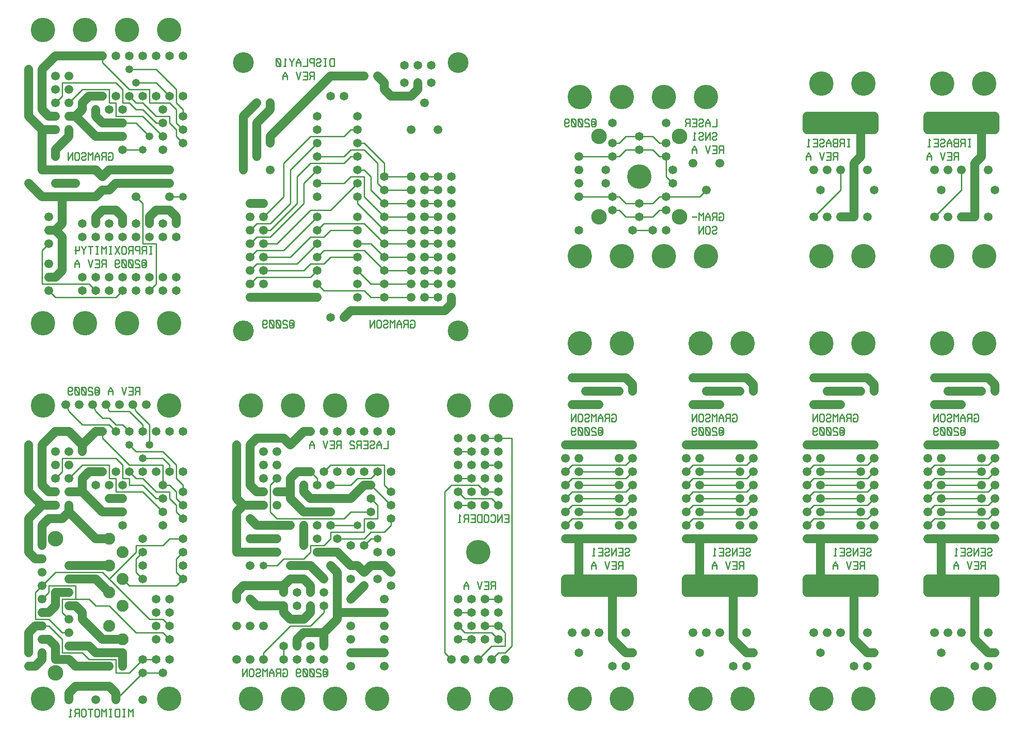
<source format=gbl>
%MOIN*%
%FSLAX25Y25*%
G04 D10 used for Character Trace; *
G04     Circle (OD=.01000) (No hole)*
G04 D11 used for Power Trace; *
G04     Circle (OD=.06500) (No hole)*
G04 D12 used for Signal Trace; *
G04     Circle (OD=.01100) (No hole)*
G04 D13 used for Via; *
G04     Circle (OD=.05800) (Round. Hole ID=.02800)*
G04 D14 used for Component hole; *
G04     Circle (OD=.06500) (Round. Hole ID=.03500)*
G04 D15 used for Component hole; *
G04     Circle (OD=.06600) (Round. Hole ID=.04200)*
G04 D16 used for Component hole; *
G04     Circle (OD=.08200) (Round. Hole ID=.05200)*
G04 D17 used for Component hole; *
G04     Circle (OD=.08950) (Round. Hole ID=.05950)*
G04 D18 used for Component hole; *
G04     Circle (OD=.11600) (Round. Hole ID=.08600)*
G04 D19 used for Component hole; *
G04     Circle (OD=.15500) (Round. Hole ID=.12500)*
G04 D20 used for Component hole; *
G04     Circle (OD=.16600) (Round. Hole ID=.13600)*
G04 D21 used for Component hole; *
G04     Circle (OD=.18200) (Round. Hole ID=.15200)*
%ADD10C,.01000*%
%ADD11C,.06500*%
%ADD12C,.01100*%
%ADD13C,.05800*%
%ADD14C,.06500*%
%ADD15C,.06600*%
%ADD16C,.08200*%
%ADD17C,.08950*%
%ADD18C,.11600*%
%ADD19C,.15500*%
%ADD20C,.16600*%
%ADD21C,.18200*%
%IPPOS*%
%LPD*%
G90*X0Y0D02*D21*X15625Y15625D03*D18*              
X25000Y35000D03*D10*X82511Y2129D02*Y7871D01*      
X80837Y5957D01*X79163Y7871D01*Y2129D01*X75837D02* 
Y7871D01*X76674Y2129D02*X75000D01*X76674Y7871D02* 
X75000D01*X72511Y2129D02*Y7871D01*X70000D01*      
X69163Y6914D01*Y3086D01*X70000Y2129D01*X72511D01* 
X65837D02*Y7871D01*X66674Y2129D02*X65000D01*      
X66674Y7871D02*X65000D01*X62511Y2129D02*Y7871D01* 
X60837Y5957D01*X59163Y7871D01*Y2129D01*           
X54163Y3086D02*X55000Y2129D01*X56674D01*          
X57511Y3086D01*Y6914D01*X56674Y7871D01*X55000D01* 
X54163Y6914D01*Y3086D01*X50837Y2129D02*Y7871D01*  
X52511D02*X49163D01*X44163Y3086D02*X45000Y2129D01*
X46674D01*X47511Y3086D01*Y6914D01*X46674Y7871D01* 
X45000D01*X44163Y6914D01*Y3086D01*X42511Y2129D02* 
Y7871D01*X40000D01*X39163Y6914D01*Y5957D01*       
X40000Y5000D01*X42511D01*X40000D02*X39163Y2129D01*
X36674Y6914D02*X35837Y7871D01*Y2129D01*X36674D02* 
X35000D01*D15*Y15000D03*D11*Y20000D01*            
X40000Y25000D01*X65000D01*X70000Y20000D01*        
Y15000D01*D15*D03*D12*X90000Y35000D01*D14*D03*D12*
X105000D01*D14*D03*X110000Y45000D03*X100000D03*   
D12*X90000D01*D14*D03*D12*X80000Y35000D01*        
X70000D01*Y45000D01*X50000D01*X45000Y50000D01*    
X30000D01*Y60000D01*X20000Y70000D01*X15000D01*D15*
D03*D11*X10000D01*X5000Y65000D01*Y50000D01*D14*   
D03*D15*X15000Y60000D03*D11*X20000D01*            
X25000Y55000D01*Y45000D01*X35000D01*              
X40000Y40000D01*X65000D01*D15*D03*D11*X75000D02*  
Y50000D01*D15*Y40000D03*D11*X55000Y50000D02*      
X75000D01*X55000D02*X50000Y55000D01*X35000D01*D15*
D03*Y65000D03*D12*X30000D01*X20000Y75000D01*      
X10000D01*Y95000D01*X15000Y100000D01*D15*D03*D12* 
X25000Y110000D01*X60000D01*X65000Y105000D01*      
X95000Y75000D01*X105000D01*X110000Y70000D01*D14*  
D03*D12*Y60000D02*X105000Y65000D01*D14*           
X110000Y60000D03*D12*X85000Y65000D02*X105000D01*  
X85000D02*X65000Y85000D01*X55000D01*              
X50000Y90000D01*X40000D01*X30000D01*Y80000D01*    
X35000Y75000D01*D15*D03*D11*X20000Y80000D02*      
X25000Y85000D01*X15000Y80000D02*X20000D01*D15*    
X15000D03*Y90000D03*D12*X20000Y95000D01*          
Y100000D01*X40000D01*Y90000D01*D15*               
X35000Y95000D03*D11*X25000D01*Y85000D01*D15*      
X35000D03*D11*X40000D01*X45000Y80000D01*Y75000D01*
X60000Y60000D01*X75000D01*D17*D03*X65000Y70000D03*
D14*X100000Y60000D03*D17*X75000Y85000D03*D14*     
X100000Y70000D03*Y80000D03*Y90000D03*D17*         
X65000Y95000D03*D11*X55000Y105000D01*X35000D01*   
D15*D03*Y115000D03*D11*X65000D01*D17*D03*         
X75000Y105000D03*D12*X80000Y100000D01*X115000D01* 
X120000Y105000D01*D14*D03*D12*X115000Y110000D01*  
Y120000D01*X120000Y125000D01*D14*D03*D12*         
X105000Y130000D02*X110000Y135000D01*              
X85000Y130000D02*X105000D01*X85000Y125000D02*     
Y130000D01*X65000Y105000D02*X85000Y125000D01*D17* 
X75000D03*D12*X90000Y105000D02*X85000Y110000D01*  
D14*X90000Y105000D03*D12*X85000Y110000D02*        
Y120000D01*X90000Y125000D01*D14*D03*Y135000D03*   
Y115000D03*X105000Y145000D03*D12*                 
X110000Y135000D02*X120000D01*D14*D03*Y150000D03*  
D12*X115000Y155000D01*Y160000D01*                 
X110000Y165000D01*Y170000D01*X100000D01*          
X90000Y180000D01*X85000D01*X80000Y185000D01*D14*  
D03*D12*X75000Y180000D02*Y190000D01*Y180000D02*   
X80000D01*Y175000D01*X90000D01*X100000Y165000D01* 
X105000D01*D14*D03*D12*X115000Y170000D02*         
X110000Y175000D01*X115000Y165000D02*Y170000D01*   
X120000Y160000D02*X115000Y165000D01*D14*          
X120000Y160000D03*Y170000D03*D12*Y175000D01*      
X115000Y180000D01*Y190000D01*X105000Y200000D01*   
X85000D01*X80000Y205000D01*D13*D03*               
X90000Y195000D03*D12*X105000D01*X110000Y190000D01*
Y185000D01*D14*D03*D12*X105000Y175000D02*         
Y190000D01*D14*Y175000D03*D12*X110000D01*D14*     
X120000Y185000D03*X100000D03*D12*X80000Y190000D02*
X105000D01*X80000D02*X60000Y210000D01*Y215000D01* 
D14*D03*D11*X55000D01*X45000Y205000D01*Y200000D01*
D13*D03*D11*Y205000D02*X35000Y215000D01*X25000D01*
X15000Y205000D01*Y175000D01*X20000Y170000D01*     
X25000D01*D15*D03*X35000Y160000D03*D11*Y155000D01*
X55000Y135000D01*X65000D01*D17*D03*D14*           
X75000Y145000D03*Y155000D03*D11*X65000D01*D14*D03*
D11*X60000D01*X45000Y170000D01*X35000D01*D15*D03* 
D11*X45000D02*Y180000D01*D15*X35000D03*D12*       
X45000Y190000D01*X65000D01*Y180000D01*X70000D01*  
Y170000D01*X90000D01*X105000Y155000D01*D14*D03*   
X75000Y175000D03*Y165000D03*D11*X65000D01*D14*D03*
X55000Y175000D03*X65000D03*D11*X45000Y180000D02*  
X50000Y185000D01*X60000D01*D14*D03*D12*           
X75000Y190000D02*X70000Y195000D01*X30000D01*      
Y185000D01*X25000Y180000D01*D15*D03*              
X35000Y190000D03*X25000D03*X35000Y200000D03*D11*  
X5000Y150000D02*X15000Y160000D01*X5000Y130000D02* 
Y150000D01*D14*Y130000D03*D11*Y125000D01*         
X10000Y120000D01*X15000D01*D15*D03*D14*Y130000D03*
D11*Y145000D01*X20000Y150000D01*X30000D01*        
X35000Y155000D01*D15*X25000Y160000D03*D11*        
X15000D01*X5000Y170000D01*Y205000D01*D13*D03*D15* 
X25000Y200000D03*X32500Y235000D03*D12*            
X35000Y230000D01*X45000Y220000D01*X65000D01*      
X70000Y215000D01*D14*D03*D12*X80000D02*           
X75000Y220000D01*D14*X80000Y215000D03*D12*        
X70000Y220000D02*X75000D01*X70000D02*             
X65000Y225000D01*X60000D01*X55000Y230000D01*      
X52500Y235000D01*D15*D03*D10*X87511Y242129D02*    
Y247871D01*X85000D01*X84163Y246914D01*Y245957D01* 
X85000Y245000D01*X87511D01*X85000D02*             
X84163Y242129D01*X79163D02*X82511D01*Y247871D01*  
X79163D01*X82511Y245000D02*X80000D01*             
X77511Y247871D02*X75837Y242129D01*                
X74163Y247871D01*X67511Y242129D02*Y245000D01*     
X65837Y247871D01*X64163Y245000D01*Y242129D01*     
X67511Y245000D02*X64163D01*D12*X65000Y230000D02*  
X80000D01*X90000Y220000D01*Y215000D01*D14*D03*D12*
X95000Y205000D02*Y220000D01*D13*Y205000D03*D14*   
X100000Y215000D03*D12*X95000Y220000D02*           
X85000Y230000D01*X82500Y235000D01*D15*D03*        
X92500D03*X72500D03*X62500D03*D12*                
X65000Y230000D01*D15*X42500Y235000D03*D10*        
X55000Y245957D02*X56674D01*Y244043D01*X55000D01*  
X56674Y242129D02*X55000D01*X54163Y243086D01*      
Y246914D01*X55000Y247871D01*X56674D01*            
X57511Y246914D01*Y243086D01*X56674Y242129D01*     
X52511Y246914D02*X51674Y247871D01*X50000D01*      
X49163Y246914D01*Y245957D01*X50000Y245000D01*     
X51674D01*X52511Y244043D01*Y242129D01*X49163D01*  
X44163Y243086D02*X45000Y242129D01*X46674D01*      
X47511Y243086D01*Y246914D01*X46674Y247871D01*     
X45000D01*X44163Y246914D01*Y243086D01*            
X47511Y242129D02*X44163Y247871D01*                
X39163Y243086D02*X40000Y242129D01*X41674D01*      
X42511Y243086D01*Y246914D01*X41674Y247871D01*     
X40000D01*X39163Y246914D01*Y243086D01*            
X42511Y242129D02*X39163Y247871D01*                
X34163Y245957D02*X35000Y245000D01*X36674D01*      
X37511Y245957D01*Y246914D01*X36674Y247871D01*     
X35000D01*X34163Y246914D01*Y243086D01*            
X35000Y242129D01*X36674D01*X37511Y243086D01*D14*  
X110000Y215000D03*D21*X109375Y234375D03*D14*      
X70000Y185000D03*X90000D03*D21*X15625Y234375D03*  
D14*X120000Y215000D03*D18*X25000Y135000D03*D14*   
X120000Y115000D03*D15*X15000Y110000D03*D14*       
X110000Y90000D03*Y80000D03*D15*X15000Y50000D03*   
D11*Y45000D01*X10000Y40000D01*X5000D01*D14*D03*   
D15*X55000Y15000D03*X90000D03*D21*                
X109375Y15625D03*G90*X0Y0D02*D15*X160000Y45000D03*
Y70000D03*D14*Y90000D03*D11*Y95000D01*            
X165000Y100000D01*X195000D01*Y95000D01*D14*D03*   
D11*Y100000D02*X200000Y105000D01*X210000D01*      
X215000Y100000D01*Y95000D01*D14*D03*              
X225000Y85000D03*D12*Y80000D01*X215000Y70000D01*  
X200000D01*X180000Y50000D01*Y45000D01*D15*D03*    
X170000D03*D14*X195000D03*D12*Y55000D01*D14*D03*  
X205000Y45000D03*Y55000D03*D11*Y60000D01*         
X210000Y65000D01*X225000D01*Y55000D01*D14*D03*    
X215000Y45000D03*D11*X225000Y65000D02*            
X235000Y75000D01*Y80000D01*X245000D01*D15*D03*D11*
X270000D01*D15*D03*Y90000D03*Y70000D03*D14*       
X275000Y100000D03*D15*X270000Y60000D03*D14*       
X255000Y100000D03*D11*X245000Y90000D01*D15*D03*   
D11*X235000Y80000D02*Y110000D01*X230000Y115000D01*
D13*D03*D14*X220000Y125000D03*D11*X230000D01*D14* 
D03*D11*X235000D01*X245000Y115000D01*X250000D01*  
X255000Y110000D01*D14*D03*D11*X260000Y115000D01*  
X270000D01*X275000Y110000D01*D14*D03*             
X265000Y105000D03*X275000Y125000D03*X265000D03*   
X255000Y130000D03*D12*X260000Y135000D01*          
X265000D01*D13*D03*D12*X260000Y140000D02*         
X270000D01*X255000Y135000D02*X260000Y140000D01*   
X235000Y135000D02*X255000D01*D14*X235000D03*D12*  
X230000D02*Y140000D01*X225000Y130000D02*          
X230000Y135000D01*X215000Y130000D02*X225000D01*   
X215000Y125000D02*Y130000D01*X210000Y120000D02*   
X215000Y125000D01*X195000Y120000D02*X210000D01*   
X190000Y115000D02*X195000Y120000D01*              
X180000Y115000D02*X190000D01*D13*X180000D03*D14*  
X190000Y125000D03*D11*X160000D01*D15*D03*D11*     
Y155000D01*X165000Y160000D01*X180000D01*D15*D03*  
D12*X190000Y150000D02*X185000Y155000D01*          
X190000Y150000D02*X240000D01*X245000Y155000D01*   
X260000D01*D14*D03*D12*X255000Y150000D02*         
X265000D01*X255000Y140000D02*Y150000D01*          
X230000Y140000D02*X255000D01*D14*                 
X230000Y145000D03*D12*X250000D01*D13*D03*D14*     
X260000D03*D12*X265000Y150000D02*Y160000D01*D14*  
X275000D03*D12*X260000Y175000D01*D14*D03*D11*     
X255000D01*X245000Y165000D01*X230000D01*D14*D03*  
D11*X220000D01*D14*D03*D11*X215000D01*            
X210000Y170000D01*Y175000D01*D14*D03*D11*         
Y155000D02*X200000Y165000D01*X210000Y155000D02*   
X220000D01*D14*D03*D11*X230000D01*D14*D03*        
X220000Y145000D03*D12*X230000Y175000D02*          
X245000D01*D14*X230000D03*X235000Y185000D03*D12*  
X220000Y175000D02*Y180000D01*D14*Y175000D03*D12*  
Y180000D02*X215000Y185000D01*D14*D03*D11*         
X205000D01*X200000Y180000D01*Y170000D01*          
Y165000D01*X190000Y170000D02*X200000D01*D15*      
X190000D03*D12*X185000Y155000D02*Y175000D01*D15*  
X190000Y160000D03*D11*X175000Y145000D02*          
X200000D01*D13*D03*D14*X190000Y135000D03*D11*     
X170000D01*D15*D03*D11*X175000Y145000D02*         
X170000Y150000D01*D13*D03*D11*X165000Y160000D02*  
X160000Y165000D01*Y205000D01*D13*D03*D11*         
X170000Y175000D02*Y205000D01*X175000Y170000D02*   
X170000Y175000D01*X175000Y170000D02*X180000D01*   
D15*D03*D12*X185000Y175000D02*X190000Y180000D01*  
D15*D03*X180000Y190000D03*X190000D03*             
X180000Y180000D03*X190000Y200000D03*X180000D03*   
D10*X272511Y207871D02*Y202129D01*X269163D01*      
X267511D02*Y205000D01*X265837Y207871D01*          
X264163Y205000D01*Y202129D01*X267511Y205000D02*   
X264163D01*X259163Y206914D02*X260000Y207871D01*   
X261674D01*X262511Y206914D01*Y205957D01*          
X261674Y205000D01*X260000D01*X259163Y204043D01*   
Y203086D01*X260000Y202129D01*X261674D01*          
X262511Y203086D01*X254163Y202129D02*X257511D01*   
Y207871D01*X254163D01*X257511Y205000D02*          
X255000D01*X252511Y202129D02*Y207871D01*          
X250000D01*X249163Y206914D01*Y205957D01*          
X250000Y205000D01*X252511D01*X250000D02*          
X249163Y202129D01*X247511Y206914D02*              
X246674Y207871D01*X245000D01*X244163Y206914D01*   
Y205957D01*X245000Y205000D01*X246674D01*          
X247511Y204043D01*Y202129D01*X244163D01*          
X237511D02*Y207871D01*X235000D01*                 
X234163Y206914D01*Y205957D01*X235000Y205000D01*   
X237511D01*X235000D02*X234163Y202129D01*          
X229163D02*X232511D01*Y207871D01*X229163D01*      
X232511Y205000D02*X230000D01*X227511Y207871D02*   
X225837Y202129D01*X224163Y207871D01*              
X217511Y202129D02*Y205000D01*X215837Y207871D01*   
X214163Y205000D01*Y202129D01*X217511Y205000D02*   
X214163D01*D13*X200000D03*D11*X210000Y215000D01*  
X215000D01*D14*D03*X225000D03*D11*                
X200000Y205000D02*X195000Y210000D01*X175000D01*   
X170000Y205000D01*D21*X201875Y234375D03*          
X170625D03*D14*X225000Y185000D03*D12*             
X230000Y190000D01*X270000D01*Y175000D01*          
X275000Y170000D01*D14*D03*D12*X265000Y160000D02*  
X260000Y165000D01*D14*D03*X275000Y150000D03*D12*  
Y145000D01*X270000Y140000D01*D14*                 
X245000Y130000D03*Y105000D03*D12*Y175000D02*      
X250000Y180000D01*X260000D01*X265000Y185000D01*   
D14*D03*X275000D03*X255000D03*X245000D03*         
X235000Y215000D03*X275000D03*X265000D03*          
X255000D03*X245000D03*X220000Y135000D03*D21*      
X264375Y234375D03*X233125D03*D14*                 
X210000Y130000D03*D11*Y145000D01*D14*D03*D13*     
X200000Y115000D03*D11*X215000D01*                 
X225000Y105000D01*D13*D03*D14*Y95000D03*          
X205000Y85000D03*X215000D03*D11*Y80000D01*        
X210000Y75000D01*X200000D01*X195000Y80000D01*     
Y85000D01*D14*D03*D11*X175000D01*X170000Y90000D01*
D14*D03*D15*Y70000D03*X180000D03*                 
X170000Y115000D03*D14*X205000Y95000D03*           
X215000Y55000D03*X225000Y45000D03*D10*Y35957D02*  
X226674D01*Y34043D01*X225000D01*X226674Y32129D02* 
X225000D01*X224163Y33086D01*Y36914D01*            
X225000Y37871D01*X226674D01*X227511Y36914D01*     
Y33086D01*X226674Y32129D01*X222511Y36914D02*      
X221674Y37871D01*X220000D01*X219163Y36914D01*     
Y35957D01*X220000Y35000D01*X221674D01*            
X222511Y34043D01*Y32129D01*X219163D01*            
X214163Y33086D02*X215000Y32129D01*X216674D01*     
X217511Y33086D01*Y36914D01*X216674Y37871D01*      
X215000D01*X214163Y36914D01*Y33086D01*            
X217511Y32129D02*X214163Y37871D01*                
X209163Y33086D02*X210000Y32129D01*X211674D01*     
X212511Y33086D01*Y36914D01*X211674Y37871D01*      
X210000D01*X209163Y36914D01*Y33086D01*            
X212511Y32129D02*X209163Y37871D01*                
X204163Y35957D02*X205000Y35000D01*X206674D01*     
X207511Y35957D01*Y36914D01*X206674Y37871D01*      
X205000D01*X204163Y36914D01*Y33086D01*            
X205000Y32129D01*X206674D01*X207511Y33086D01*     
X194163D02*X195000Y32129D01*X196674D01*           
X197511Y33086D01*Y36914D01*X196674Y37871D01*      
X195000D01*X194163Y36914D01*X195837Y35000D02*     
X194163D01*Y32129D01*X192511D02*Y37871D01*        
X190000D01*X189163Y36914D01*Y35957D01*            
X190000Y35000D01*X192511D01*X190000D02*           
X189163Y32129D01*X187511D02*Y35000D01*            
X185837Y37871D01*X184163Y35000D01*Y32129D01*      
X187511Y35000D02*X184163D01*X182511Y32129D02*     
Y37871D01*X180837Y35957D01*X179163Y37871D01*      
Y32129D01*X174163Y36914D02*X175000Y37871D01*      
X176674D01*X177511Y36914D01*Y35957D01*            
X176674Y35000D01*X175000D01*X174163Y34043D01*     
Y33086D01*X175000Y32129D01*X176674D01*            
X177511Y33086D01*X169163D02*X170000Y32129D01*     
X171674D01*X172511Y33086D01*Y36914D01*            
X171674Y37871D01*X170000D01*X169163Y36914D01*     
Y33086D01*X167511Y32129D02*Y37871D01*             
X164163Y32129D01*Y37871D01*D15*X245000Y40000D03*  
Y50000D03*D11*X270000D01*D15*D03*Y40000D03*       
X245000Y70000D03*Y60000D03*D21*X233125Y15625D03*  
X264375D03*X201875D03*X170625D03*G90*X0Y0D02*D12* 
X320000Y45000D02*X315000Y50000D01*D15*            
X320000Y45000D03*D12*X315000Y50000D02*Y170000D01* 
X320000Y175000D01*X340000D01*X345000Y170000D01*   
D14*D03*D12*X355000D01*D14*D03*D12*Y160000D02*    
X350000Y165000D01*D14*X355000Y160000D03*D12*      
X330000Y165000D02*X350000D01*X330000D02*          
X325000Y170000D01*D14*D03*X335000Y160000D03*D12*  
X325000D01*D14*D03*X335000Y170000D03*D10*         
X359163Y147129D02*X362511D01*Y152871D01*          
X359163D01*X362511Y150000D02*X360000D01*          
X357511Y147129D02*Y152871D01*X354163Y147129D01*   
Y152871D01*X349163Y148086D02*X350000Y147129D01*   
X351674D01*X352511Y148086D01*Y151914D01*          
X351674Y152871D01*X350000D01*X349163Y151914D01*   
X344163Y148086D02*X345000Y147129D01*X346674D01*   
X347511Y148086D01*Y151914D01*X346674Y152871D01*   
X345000D01*X344163Y151914D01*Y148086D01*          
X342511Y147129D02*Y152871D01*X340000D01*          
X339163Y151914D01*Y148086D01*X340000Y147129D01*   
X342511D01*X334163D02*X337511D01*Y152871D01*      
X334163D01*X337511Y150000D02*X335000D01*          
X332511Y147129D02*Y152871D01*X330000D01*          
X329163Y151914D01*Y150957D01*X330000Y150000D01*   
X332511D01*X330000D02*X329163Y147129D01*          
X326674Y151914D02*X325837Y152871D01*Y147129D01*   
X326674D02*X325000D01*D14*X345000Y180000D03*      
X335000D03*D12*X325000D01*D14*D03*                
X335000Y190000D03*X325000D03*X345000Y160000D03*   
Y200000D03*X335000D03*D12*X325000D01*D14*D03*     
X335000Y210000D03*X325000D03*X345000Y190000D03*   
D12*X355000D01*D14*D03*Y200000D03*Y180000D03*D12* 
X365000Y55000D02*Y210000D01*X360000Y50000D02*     
X365000Y55000D01*X355000Y50000D02*X360000D01*     
X350000Y45000D02*X355000Y50000D01*D15*            
X350000Y45000D03*D12*Y55000D02*X360000D01*        
X340000Y45000D02*X350000Y55000D01*D15*            
X340000Y45000D03*X330000D03*D14*X355000Y60000D03* 
D12*X350000Y65000D01*X330000D01*X325000Y70000D01* 
D14*D03*X335000Y60000D03*D12*X325000D01*D14*D03*  
X335000Y70000D03*X345000Y80000D03*X335000D03*D12* 
X325000D01*D14*D03*X335000Y90000D03*X325000D03*   
X345000Y60000D03*Y70000D03*D12*X355000D01*D14*D03*
D12*X360000Y65000D01*Y55000D01*D15*Y45000D03*D14* 
X355000Y80000D03*Y90000D03*D12*X345000D01*D14*D03*
D10*X352511Y97129D02*Y102871D01*X350000D01*       
X349163Y101914D01*Y100957D01*X350000Y100000D01*   
X352511D01*X350000D02*X349163Y97129D01*X344163D02*
X347511D01*Y102871D01*X344163D01*                 
X347511Y100000D02*X345000D01*X342511Y102871D02*   
X340837Y97129D01*X339163Y102871D01*               
X332511Y97129D02*Y100000D01*X330837Y102871D01*    
X329163Y100000D01*Y97129D01*X332511Y100000D02*    
X329163D01*D21*X340000Y125000D03*X325625Y15625D03*
X356875D03*D12*X355000Y210000D02*X365000D01*D14*  
X355000D03*D12*X345000D01*D14*D03*D21*            
X356875Y234375D03*X325625D03*G90*X0Y0D02*         
X109375Y295625D03*X78125D03*X46875D03*X15625D03*  
D12*X25000Y315000D02*X70000D01*X25000D02*         
X20000Y320000D01*D15*D03*D12*X15000Y325000D02*    
X50000D01*X55000Y320000D01*D14*D03*               
X65000Y330000D03*X45000D03*X65000Y320000D03*      
X55000Y330000D03*X45000Y320000D03*D12*            
X70000Y315000D02*X75000Y320000D01*D14*D03*        
X85000Y330000D03*Y320000D03*X75000Y330000D03*     
X95000Y320000D03*D12*X100000Y325000D01*Y355000D01*
X90000D01*Y385000D01*X85000Y390000D01*D15*D03*    
Y400000D03*D11*X70000D01*X65000Y395000D01*        
X60000D01*D15*D03*D11*X55000Y390000D01*X30000D01* 
Y370000D01*X25000Y365000D01*X30000Y360000D01*     
Y335000D01*X25000Y330000D01*X20000D01*D15*D03*D12*
X15000Y325000D02*Y350000D01*X20000Y355000D01*D15* 
D03*D11*Y365000D02*X25000D01*D15*X20000D03*       
Y375000D03*D10*X95837Y347129D02*Y352871D01*       
X96674Y347129D02*X95000D01*X96674Y352871D02*      
X95000D01*X92511Y347129D02*Y352871D01*X90000D01*  
X89163Y351914D01*Y350957D01*X90000Y350000D01*     
X92511D01*X90000D02*X89163Y347129D01*X87511D02*   
Y352871D01*X85000D01*X84163Y351914D01*Y350957D01* 
X85000Y350000D01*X87511D01*X82511Y347129D02*      
Y352871D01*X80000D01*X79163Y351914D01*Y350957D01* 
X80000Y350000D01*X82511D01*X80000D02*             
X79163Y347129D01*X74163Y348086D02*                
X75000Y347129D01*X76674D01*X77511Y348086D01*      
Y351914D01*X76674Y352871D01*X75000D01*            
X74163Y351914D01*Y348086D01*X72511Y352871D02*     
X69163Y347129D01*X72511D02*X69163Y352871D01*      
X65837Y347129D02*Y352871D01*X66674Y347129D02*     
X65000D01*X66674Y352871D02*X65000D01*             
X62511Y347129D02*Y352871D01*X60837Y350957D01*     
X59163Y352871D01*Y347129D01*X55837D02*Y352871D01* 
X56674Y347129D02*X55000D01*X56674Y352871D02*      
X55000D01*X50837Y347129D02*Y352871D01*X52511D02*  
X49163D01*X47511D02*X45837Y350000D01*             
X44163Y352871D01*X45837Y350000D02*Y347129D01*     
X40000Y352871D02*Y347129D01*X42511Y352871D02*     
Y350000D01*X39163D01*D11*X15000Y390000D02*        
X30000D01*X15000D02*X5000Y400000D01*D15*D03*      
X15000Y410000D03*D11*X40000D01*D14*D03*D11*       
X55000D01*X60000Y405000D01*D15*D03*D11*           
X65000Y410000D01*X85000D01*D15*D03*D11*X110000D01*
D15*D03*Y400000D03*D11*X85000D01*X75000Y375000D02*
X70000Y380000D01*X75000Y370000D02*Y375000D01*D14* 
Y370000D03*X85000Y360000D03*X65000D03*            
X85000Y370000D03*X65000D03*X75000Y360000D03*D11*  
X60000Y380000D02*X70000D01*X55000Y375000D02*      
X60000Y380000D01*X55000Y370000D02*Y375000D01*D14* 
Y370000D03*X45000Y360000D03*Y370000D03*           
X55000Y360000D03*D15*X25000Y400000D03*D11*        
X40000D01*D14*D03*D10*X64163Y418086D02*           
X65000Y417129D01*X66674D01*X67511Y418086D01*      
Y421914D01*X66674Y422871D01*X65000D01*            
X64163Y421914D01*X65837Y420000D02*X64163D01*      
Y417129D01*X62511D02*Y422871D01*X60000D01*        
X59163Y421914D01*Y420957D01*X60000Y420000D01*     
X62511D01*X60000D02*X59163Y417129D01*X57511D02*   
Y420000D01*X55837Y422871D01*X54163Y420000D01*     
Y417129D01*X57511Y420000D02*X54163D01*            
X52511Y417129D02*Y422871D01*X50837Y420957D01*     
X49163Y422871D01*Y417129D01*X44163Y421914D02*     
X45000Y422871D01*X46674D01*X47511Y421914D01*      
Y420957D01*X46674Y420000D01*X45000D01*            
X44163Y419043D01*Y418086D01*X45000Y417129D01*     
X46674D01*X47511Y418086D01*X39163D02*             
X40000Y417129D01*X41674D01*X42511Y418086D01*      
Y421914D01*X41674Y422871D01*X40000D01*            
X39163Y421914D01*Y418086D01*X37511Y417129D02*     
Y422871D01*X34163Y417129D01*Y422871D01*D13*       
X25000Y420000D03*D11*Y425000D01*X35000Y435000D01* 
Y440000D01*D15*D03*X25000Y450000D03*D11*X20000D01*
X15000Y455000D01*Y485000D01*X25000Y495000D01*     
X60000D01*D14*D03*D12*Y490000D01*X80000Y470000D01*
X95000D01*Y460000D01*X110000D01*X115000Y455000D01*
Y445000D01*X120000Y440000D01*D14*D03*D12*         
Y430000D02*X115000Y435000D01*D14*                 
X120000Y430000D03*D12*X115000Y435000D02*          
Y440000D01*X110000Y445000D01*Y450000D01*          
X100000D01*X90000Y460000D01*X85000D01*            
X80000Y465000D01*D14*D03*D12*X75000Y460000D02*    
Y470000D01*Y460000D02*X80000D01*X85000Y455000D01* 
X90000D01*X100000Y445000D01*X105000D01*D14*D03*   
D13*X95000Y435000D03*D12*X85000Y445000D01*        
X75000D01*D14*D03*D11*X65000D01*D14*D03*D11*      
X60000D01*X55000Y450000D01*Y455000D01*D14*D03*    
X60000Y465000D03*D11*X50000D01*X45000Y460000D01*  
Y455000D01*X40000Y450000D01*X55000Y435000D01*     
X65000D01*D14*D03*D11*X75000D01*D14*D03*          
Y425000D03*D12*X90000D01*D13*D03*D14*X105000D03*  
Y435000D03*D12*X90000Y450000D01*X70000D01*        
Y460000D01*X65000D01*Y470000D01*X45000D01*        
X35000Y460000D01*D15*D03*D12*X25000D02*           
X30000Y465000D01*D15*X25000Y460000D03*D12*        
X30000Y465000D02*Y475000D01*X70000D01*            
X75000Y470000D01*D14*X70000Y465000D03*D13*        
X85000Y475000D03*D12*X100000D01*X110000Y465000D01*
D14*D03*D12*X120000Y455000D02*X115000Y460000D01*  
X120000Y450000D02*Y455000D01*D14*Y450000D03*D12*  
X115000Y460000D02*Y470000D01*X100000Y485000D01*   
X80000D01*D13*D03*D14*X90000Y495000D03*X70000D03* 
X80000D03*X100000Y465000D03*Y495000D03*           
X90000Y465000D03*D21*X109375Y514375D03*D14*       
X65000Y455000D03*X75000D03*D21*X78125Y514375D03*  
D14*X110000Y495000D03*X105000Y455000D03*D21*      
X46875Y514375D03*D14*X120000Y465000D03*Y495000D03*
D11*X35000Y450000D02*X40000D01*D15*X35000D03*     
X25000Y440000D03*D11*X15000D01*Y410000D01*        
Y440000D02*X5000Y450000D01*Y485000D01*D13*D03*D15*
X25000Y470000D03*Y480000D03*X35000Y470000D03*D21* 
X15625Y514375D03*D15*X35000Y480000D03*D11*        
X115000Y375000D02*X110000Y380000D01*              
X115000Y370000D02*Y375000D01*D14*Y370000D03*      
X105000Y360000D03*Y370000D03*X115000Y360000D03*   
D11*X100000Y380000D02*X110000D01*X95000Y375000D02*
X100000Y380000D01*X95000Y370000D02*Y375000D01*D14*
Y370000D03*Y360000D03*D15*X110000Y390000D03*D12*  
X120000D01*D13*D03*D14*X95000Y330000D03*          
X105000D03*X115000D03*X105000Y320000D03*          
X115000D03*D10*X90000Y340957D02*X91674D01*        
Y339043D01*X90000D01*X91674Y337129D02*X90000D01*  
X89163Y338086D01*Y341914D01*X90000Y342871D01*     
X91674D01*X92511Y341914D01*Y338086D01*            
X91674Y337129D01*X87511Y341914D02*                
X86674Y342871D01*X85000D01*X84163Y341914D01*      
Y340957D01*X85000Y340000D01*X86674D01*            
X87511Y339043D01*Y337129D01*X84163D01*            
X79163Y338086D02*X80000Y337129D01*X81674D01*      
X82511Y338086D01*Y341914D01*X81674Y342871D01*     
X80000D01*X79163Y341914D01*Y338086D01*            
X82511Y337129D02*X79163Y342871D01*                
X74163Y338086D02*X75000Y337129D01*X76674D01*      
X77511Y338086D01*Y341914D01*X76674Y342871D01*     
X75000D01*X74163Y341914D01*Y338086D01*            
X77511Y337129D02*X74163Y342871D01*                
X69163Y340957D02*X70000Y340000D01*X71674D01*      
X72511Y340957D01*Y341914D01*X71674Y342871D01*     
X70000D01*X69163Y341914D01*Y338086D01*            
X70000Y337129D01*X71674D01*X72511Y338086D01*      
X62511Y337129D02*Y342871D01*X60000D01*            
X59163Y341914D01*Y340957D01*X60000Y340000D01*     
X62511D01*X60000D02*X59163Y337129D01*X54163D02*   
X57511D01*Y342871D01*X54163D01*X57511Y340000D02*  
X55000D01*X52511Y342871D02*X50837Y337129D01*      
X49163Y342871D01*X42511Y337129D02*Y340000D01*     
X40837Y342871D01*X39163Y340000D01*Y337129D01*     
X42511Y340000D02*X39163D01*D15*X20000D03*G90*     
X0Y0D02*D19*X165000Y290000D03*D10*                
X289163Y293086D02*X290000Y292129D01*X291674D01*   
X292511Y293086D01*Y296914D01*X291674Y297871D01*   
X290000D01*X289163Y296914D01*X290837Y295000D02*   
X289163D01*Y292129D01*X287511D02*Y297871D01*      
X285000D01*X284163Y296914D01*Y295957D01*          
X285000Y295000D01*X287511D01*X285000D02*          
X284163Y292129D01*X282511D02*Y295000D01*          
X280837Y297871D01*X279163Y295000D01*Y292129D01*   
X282511Y295000D02*X279163D01*X277511Y292129D02*   
Y297871D01*X275837Y295957D01*X274163Y297871D01*   
Y292129D01*X269163Y296914D02*X270000Y297871D01*   
X271674D01*X272511Y296914D01*Y295957D01*          
X271674Y295000D01*X270000D01*X269163Y294043D01*   
Y293086D01*X270000Y292129D01*X271674D01*          
X272511Y293086D01*X264163D02*X265000Y292129D01*   
X266674D01*X267511Y293086D01*Y296914D01*          
X266674Y297871D01*X265000D01*X264163Y296914D01*   
Y293086D01*X262511Y292129D02*Y297871D01*          
X259163Y292129D01*Y297871D01*X200000Y295957D02*   
X201674D01*Y294043D01*X200000D01*                 
X201674Y292129D02*X200000D01*X199163Y293086D01*   
Y296914D01*X200000Y297871D01*X201674D01*          
X202511Y296914D01*Y293086D01*X201674Y292129D01*   
X197511Y296914D02*X196674Y297871D01*X195000D01*   
X194163Y296914D01*Y295957D01*X195000Y295000D01*   
X196674D01*X197511Y294043D01*Y292129D01*          
X194163D01*X189163Y293086D02*X190000Y292129D01*   
X191674D01*X192511Y293086D01*Y296914D01*          
X191674Y297871D01*X190000D01*X189163Y296914D01*   
Y293086D01*X192511Y292129D02*X189163Y297871D01*   
X184163Y293086D02*X185000Y292129D01*X186674D01*   
X187511Y293086D01*Y296914D01*X186674Y297871D01*   
X185000D01*X184163Y296914D01*Y293086D01*          
X187511Y292129D02*X184163Y297871D01*              
X179163Y295957D02*X180000Y295000D01*X181674D01*   
X182511Y295957D01*Y296914D01*X181674Y297871D01*   
X180000D01*X179163Y296914D01*Y293086D01*          
X180000Y292129D01*X181674D01*X182511Y293086D01*   
D14*X240000Y300000D03*D11*X245000Y305000D01*      
X310000D01*D14*D03*D11*X315000D01*                
X320000Y310000D01*Y315000D01*D14*D03*             
X310000Y325000D03*D12*X300000D01*D15*D03*D14*     
X310000Y315000D03*D12*X300000D01*D15*D03*         
X290000Y325000D03*D12*X270000D01*D14*D03*D12*     
X260000D01*X250000Y335000D01*D14*D03*Y345000D03*  
D12*X230000D01*X225000Y340000D01*X215000D01*      
X210000Y335000D01*X180000D01*D15*D03*D12*         
X170000D02*X175000Y340000D01*D15*                 
X170000Y335000D03*D12*Y325000D02*                 
X175000Y330000D01*D15*X170000Y325000D03*D12*      
X175000Y330000D02*X215000D01*X220000Y335000D01*   
D14*D03*Y345000D03*D12*X225000Y350000D01*         
X255000D01*X270000Y335000D01*D14*D03*D12*         
X290000D01*D15*D03*X300000Y345000D03*D12*         
X310000D01*D14*D03*X320000Y335000D03*Y355000D03*  
D15*X300000D03*D12*X310000D01*D14*D03*            
X320000Y345000D03*Y365000D03*D15*X300000D03*D12*  
X310000D01*D14*D03*X320000Y375000D03*D15*         
X300000D03*D12*X310000D01*D14*D03*                
X320000Y385000D03*D15*X300000D03*D12*X310000D01*  
D14*D03*X320000Y395000D03*D15*X300000D03*D12*     
X310000D01*D14*D03*X320000Y405000D03*D15*         
X300000D03*D12*X310000D01*D14*D03*D15*            
X290000Y385000D03*D12*X270000D01*D14*D03*D12*     
X260000Y395000D01*Y405000D01*X255000Y410000D01*   
X250000D01*D14*D03*D12*X255000Y390000D02*         
Y405000D01*X270000Y375000D02*X255000Y390000D01*   
D14*X270000Y375000D03*D12*X290000D01*D15*D03*     
Y365000D03*D12*X270000D01*D14*D03*D12*            
X250000Y385000D01*Y390000D01*D14*D03*D12*         
X220000Y400000D02*X240000D01*D14*X220000D03*      
Y410000D03*D12*X210000Y400000D01*Y385000D01*      
X185000Y360000D01*X175000D01*X170000Y355000D01*   
D15*D03*D12*Y345000D02*X175000Y350000D01*D15*     
X170000Y345000D03*D12*X175000Y340000D02*          
X205000D01*X220000Y355000D01*D14*D03*D12*         
X215000Y360000D02*X225000D01*X200000Y345000D02*   
X215000Y360000D01*X180000Y345000D02*X200000D01*   
D15*X180000D03*D12*X175000Y350000D02*X195000D01*  
X220000Y375000D01*D14*D03*D12*Y365000D02*         
X225000Y370000D01*D14*X220000Y365000D03*D12*      
X225000Y360000D02*X230000Y365000D01*X250000D01*   
D14*D03*D12*X270000Y355000D02*X255000Y370000D01*  
D14*X270000Y355000D03*D12*X290000D01*D15*D03*     
Y345000D03*D12*X270000D01*D14*D03*D12*            
X260000Y355000D01*X250000D01*D14*D03*D12*         
X225000Y370000D02*X255000D01*X190000Y355000D02*   
X215000Y380000D01*X180000Y355000D02*X190000D01*   
D15*X180000D03*X170000Y365000D03*D12*             
X175000Y370000D01*X185000D01*X200000Y385000D01*   
Y410000D01*X220000Y430000D01*D14*D03*D12*         
X195000Y415000D02*X215000Y435000D01*              
X195000Y390000D02*Y415000D01*X180000Y375000D02*   
X195000Y390000D01*D15*X180000Y375000D03*          
X170000Y385000D03*D11*X180000D01*D15*D03*         
X170000Y375000D03*X180000Y365000D03*D12*          
X185000D01*X205000Y385000D01*Y405000D01*          
X215000Y415000D01*X240000D01*X245000Y420000D01*   
X250000D01*D14*D03*D12*X265000Y415000D02*         
X255000Y425000D01*X265000Y400000D02*Y415000D01*   
X270000Y395000D02*X265000Y400000D01*D14*          
X270000Y395000D03*D12*X290000D01*D15*D03*         
Y405000D03*D12*X270000D01*D14*D03*D12*Y415000D01* 
X255000Y430000D01*X250000D01*D14*D03*D12*         
X245000Y425000D02*X255000D01*X240000Y420000D02*   
X245000Y425000D01*X220000Y420000D02*X240000D01*   
D14*X220000D03*D12*X215000Y435000D02*X240000D01*  
X245000Y440000D01*X250000D01*D14*D03*Y450000D03*  
D11*X275000Y465000D02*X290000D01*                 
X295000Y470000D01*Y475000D01*D14*D03*             
X305000Y488000D03*X285000D03*X305000Y475000D03*   
X295000Y488000D03*X285000Y475000D03*D15*          
X300000Y460000D03*D11*X275000Y465000D02*          
X270000Y470000D01*Y475000D01*X265000Y480000D01*   
D15*D03*X255000D03*D11*X230000D01*                
X185000Y435000D01*Y430000D01*D14*D03*D15*         
X175000Y420000D03*D11*Y430000D01*D14*D03*D11*     
Y445000D01*X185000Y455000D01*Y460000D01*D14*D03*  
X175000D03*D11*X165000Y450000D01*Y410000D01*D15*  
D03*X185000D03*D12*X215000Y380000D02*X230000D01*  
X250000Y400000D01*D14*D03*D12*X245000Y405000D02*  
X255000D01*X240000Y400000D02*X245000Y405000D01*   
D14*X220000Y390000D03*X250000Y375000D03*          
X220000Y440000D03*Y450000D03*D15*                 
X290000Y440000D03*D14*X240000Y465000D03*          
X230000D03*D15*X300000Y335000D03*D12*X310000D01*  
D14*D03*X320000Y325000D03*D15*X290000Y315000D03*  
D12*X270000D01*D14*D03*D12*X260000D01*            
X255000Y320000D01*X225000D01*X220000Y325000D01*   
D14*D03*Y315000D03*D11*X180000D01*D15*D03*D11*    
X170000D01*D15*D03*X180000Y325000D03*D14*         
X230000Y300000D03*X250000Y315000D03*Y325000D03*   
D15*X310000Y440000D03*D19*X325000Y290000D03*D10*  
X217511Y477129D02*Y482871D01*X215000D01*          
X214163Y481914D01*Y480957D01*X215000Y480000D01*   
X217511D01*X215000D02*X214163Y477129D01*          
X209163D02*X212511D01*Y482871D01*X209163D01*      
X212511Y480000D02*X210000D01*X207511Y482871D02*   
X205837Y477129D01*X204163Y482871D01*              
X197511Y477129D02*Y480000D01*X195837Y482871D01*   
X194163Y480000D01*Y477129D01*X197511Y480000D02*   
X194163D01*D19*X325000Y490000D03*D10*             
X232511Y487129D02*Y492871D01*X230000D01*          
X229163Y491914D01*Y488086D01*X230000Y487129D01*   
X232511D01*X225837D02*Y492871D01*                 
X226674Y487129D02*X225000D01*X226674Y492871D02*   
X225000D01*X219163Y491914D02*X220000Y492871D01*   
X221674D01*X222511Y491914D01*Y490957D01*          
X221674Y490000D01*X220000D01*X219163Y489043D01*   
Y488086D01*X220000Y487129D01*X221674D01*          
X222511Y488086D01*X217511Y487129D02*Y492871D01*   
X215000D01*X214163Y491914D01*Y490957D01*          
X215000Y490000D01*X217511D01*X212511Y492871D02*   
Y487129D01*X209163D01*X207511D02*Y490000D01*      
X205837Y492871D01*X204163Y490000D01*Y487129D01*   
X207511Y490000D02*X204163D01*X202511Y492871D02*   
X200837Y490000D01*X199163Y492871D01*              
X200837Y490000D02*Y487129D01*X196674Y491914D02*   
X195837Y492871D01*Y487129D01*X196674D02*          
X195000D01*X189163Y488086D02*X190000Y487129D01*   
X191674D01*X192511Y488086D01*Y491914D01*          
X191674Y492871D01*X190000D01*X189163Y491914D01*   
Y488086D01*X192511Y487129D02*X189163Y492871D01*   
D19*X165000Y490000D03*G90*X0Y0D02*D11*            
X405000Y95000D02*X440000D01*Y65000D01*D15*D03*D11*
Y60000D01*X450000Y50000D01*X455000D01*D14*D03*    
X450000Y40000D03*D15*Y65000D03*D14*               
X440000Y40000D03*D15*X430000Y65000D03*X420000D03* 
D21*X446875Y15625D03*D14*X415000Y50000D03*D21*    
X415625Y15625D03*D15*X410000Y65000D03*D11*        
X440000Y95000D02*X455000D01*X440000D02*Y100000D01*
X405000D01*Y95000D01*Y100000D02*Y105000D01*       
X415000D01*X440000D01*Y100000D01*X455000D01*      
Y95000D01*Y100000D02*Y105000D01*X440000D01*D10*   
X447511Y112129D02*Y117871D01*X445000D01*          
X444163Y116914D01*Y115957D01*X445000Y115000D01*   
X447511D01*X445000D02*X444163Y112129D01*          
X439163D02*X442511D01*Y117871D01*X439163D01*      
X442511Y115000D02*X440000D01*X437511Y117871D02*   
X435837Y112129D01*X434163Y117871D01*              
X427511Y112129D02*Y115000D01*X425837Y117871D01*   
X424163Y115000D01*Y112129D01*X427511Y115000D02*   
X424163D01*X449163Y126914D02*X450000Y127871D01*   
X451674D01*X452511Y126914D01*Y125957D01*          
X451674Y125000D01*X450000D01*X449163Y124043D01*   
Y123086D01*X450000Y122129D01*X451674D01*          
X452511Y123086D01*X444163Y122129D02*X447511D01*   
Y127871D01*X444163D01*X447511Y125000D02*          
X445000D01*X442511Y122129D02*Y127871D01*          
X439163Y122129D01*Y127871D01*X434163Y126914D02*   
X435000Y127871D01*X436674D01*X437511Y126914D01*   
Y125957D01*X436674Y125000D01*X435000D01*          
X434163Y124043D01*Y123086D01*X435000Y122129D01*   
X436674D01*X437511Y123086D01*X429163Y122129D02*   
X432511D01*Y127871D01*X429163D01*                 
X432511Y125000D02*X430000D01*X426674Y126914D02*   
X425837Y127871D01*Y122129D01*X426674D02*          
X425000D01*D11*X415000Y105000D02*Y135000D01*D15*  
D03*D11*X405000D01*D15*D03*X415000Y145000D03*D11* 
Y135000D02*X445000D01*D15*D03*D11*X455000D01*D15* 
D03*X445000Y145000D03*X455000D03*D12*             
X410000Y150000D02*X450000D01*X405000Y145000D02*   
X410000Y150000D01*D15*X405000Y145000D03*          
X415000Y155000D03*D12*X445000D01*D15*D03*D12*     
X450000Y150000D02*X455000Y155000D01*D15*D03*D12*  
X410000Y160000D02*X450000D01*X405000Y155000D02*   
X410000Y160000D01*D15*X405000Y155000D03*          
X415000Y165000D03*D12*X445000D01*D15*D03*D12*     
X450000Y160000D02*X455000Y165000D01*D15*D03*D12*  
X410000Y170000D02*X450000D01*X405000Y165000D02*   
X410000Y170000D01*D15*X405000Y165000D03*          
X415000Y175000D03*D12*X445000D01*D15*D03*D12*     
X450000Y170000D02*X455000Y175000D01*D15*D03*D12*  
X410000Y180000D02*X450000D01*X405000Y175000D02*   
X410000Y180000D01*D15*X405000Y175000D03*          
X415000Y185000D03*D12*X445000D01*D15*D03*D12*     
X450000Y180000D02*X455000Y185000D01*D15*D03*D12*  
X410000Y190000D02*X450000D01*X405000Y185000D02*   
X410000Y190000D01*D15*X405000Y185000D03*          
X415000Y195000D03*X405000D03*X415000Y205000D03*   
D11*X405000D01*D15*D03*D10*X430000Y215957D02*     
X431674D01*Y214043D01*X430000D01*                 
X431674Y212129D02*X430000D01*X429163Y213086D01*   
Y216914D01*X430000Y217871D01*X431674D01*          
X432511Y216914D01*Y213086D01*X431674Y212129D01*   
X427511Y216914D02*X426674Y217871D01*X425000D01*   
X424163Y216914D01*Y215957D01*X425000Y215000D01*   
X426674D01*X427511Y214043D01*Y212129D01*          
X424163D01*X419163Y213086D02*X420000Y212129D01*   
X421674D01*X422511Y213086D01*Y216914D01*          
X421674Y217871D01*X420000D01*X419163Y216914D01*   
Y213086D01*X422511Y212129D02*X419163Y217871D01*   
X414163Y213086D02*X415000Y212129D01*X416674D01*   
X417511Y213086D01*Y216914D01*X416674Y217871D01*   
X415000D01*X414163Y216914D01*Y213086D01*          
X417511Y212129D02*X414163Y217871D01*              
X409163Y215957D02*X410000Y215000D01*X411674D01*   
X412511Y215957D01*Y216914D01*X411674Y217871D01*   
X410000D01*X409163Y216914D01*Y213086D01*          
X410000Y212129D01*X411674D01*X412511Y213086D01*   
D11*X415000Y205000D02*X445000D01*D15*D03*D11*     
X455000D01*D15*D03*X445000Y195000D03*X455000D03*  
D12*X450000Y190000D01*D10*X439163Y223086D02*      
X440000Y222129D01*X441674D01*X442511Y223086D01*   
Y226914D01*X441674Y227871D01*X440000D01*          
X439163Y226914D01*X440837Y225000D02*X439163D01*   
Y222129D01*X437511D02*Y227871D01*X435000D01*      
X434163Y226914D01*Y225957D01*X435000Y225000D01*   
X437511D01*X435000D02*X434163Y222129D01*          
X432511D02*Y225000D01*X430837Y227871D01*          
X429163Y225000D01*Y222129D01*X432511Y225000D02*   
X429163D01*X427511Y222129D02*Y227871D01*          
X425837Y225957D01*X424163Y227871D01*Y222129D01*   
X419163Y226914D02*X420000Y227871D01*X421674D01*   
X422511Y226914D01*Y225957D01*X421674Y225000D01*   
X420000D01*X419163Y224043D01*Y223086D01*          
X420000Y222129D01*X421674D01*X422511Y223086D01*   
X414163D02*X415000Y222129D01*X416674D01*          
X417511Y223086D01*Y226914D01*X416674Y227871D01*   
X415000D01*X414163Y226914D01*Y223086D01*          
X412511Y222129D02*Y227871D01*X409163Y222129D01*   
Y227871D01*D14*X430000Y235000D03*D11*X410000D01*  
D15*D03*X420000Y245000D03*D11*X430000D01*D14*D03* 
D11*X445000D01*D14*D03*D11*X455000Y250000D02*     
X450000Y255000D01*X455000Y245000D02*Y250000D01*   
D14*Y245000D03*D11*X410000Y255000D02*X450000D01*  
D15*X410000D03*D21*X415625Y280625D03*X446875D03*  
G90*X0Y0D02*D11*X495000Y95000D02*X530000D01*      
Y65000D01*D15*D03*D11*Y60000D01*X540000Y50000D01* 
X545000D01*D14*D03*X540000Y40000D03*D15*Y65000D03*
D14*X530000Y40000D03*D15*X520000Y65000D03*        
X510000D03*D21*X536875Y15625D03*D14*              
X505000Y50000D03*D21*X505625Y15625D03*D15*        
X500000Y65000D03*D11*X530000Y95000D02*X545000D01* 
X530000D02*Y100000D01*X495000D01*Y95000D01*       
Y100000D02*Y105000D01*X505000D01*X530000D01*      
Y100000D01*X545000D01*Y95000D01*Y100000D02*       
Y105000D01*X530000D01*D10*X537511Y112129D02*      
Y117871D01*X535000D01*X534163Y116914D01*          
Y115957D01*X535000Y115000D01*X537511D01*          
X535000D02*X534163Y112129D01*X529163D02*          
X532511D01*Y117871D01*X529163D01*                 
X532511Y115000D02*X530000D01*X527511Y117871D02*   
X525837Y112129D01*X524163Y117871D01*              
X517511Y112129D02*Y115000D01*X515837Y117871D01*   
X514163Y115000D01*Y112129D01*X517511Y115000D02*   
X514163D01*X539163Y126914D02*X540000Y127871D01*   
X541674D01*X542511Y126914D01*Y125957D01*          
X541674Y125000D01*X540000D01*X539163Y124043D01*   
Y123086D01*X540000Y122129D01*X541674D01*          
X542511Y123086D01*X534163Y122129D02*X537511D01*   
Y127871D01*X534163D01*X537511Y125000D02*          
X535000D01*X532511Y122129D02*Y127871D01*          
X529163Y122129D01*Y127871D01*X524163Y126914D02*   
X525000Y127871D01*X526674D01*X527511Y126914D01*   
Y125957D01*X526674Y125000D01*X525000D01*          
X524163Y124043D01*Y123086D01*X525000Y122129D01*   
X526674D01*X527511Y123086D01*X519163Y122129D02*   
X522511D01*Y127871D01*X519163D01*                 
X522511Y125000D02*X520000D01*X516674Y126914D02*   
X515837Y127871D01*Y122129D01*X516674D02*          
X515000D01*D11*X505000Y105000D02*Y135000D01*D15*  
D03*D11*X495000D01*D15*D03*X505000Y145000D03*D11* 
Y135000D02*X535000D01*D15*D03*D11*X545000D01*D15* 
D03*X535000Y145000D03*X545000D03*D12*             
X500000Y150000D02*X540000D01*X495000Y145000D02*   
X500000Y150000D01*D15*X495000Y145000D03*          
X505000Y155000D03*D12*X535000D01*D15*D03*D12*     
X540000Y150000D02*X545000Y155000D01*D15*D03*D12*  
X500000Y160000D02*X540000D01*X495000Y155000D02*   
X500000Y160000D01*D15*X495000Y155000D03*          
X505000Y165000D03*D12*X535000D01*D15*D03*D12*     
X540000Y160000D02*X545000Y165000D01*D15*D03*D12*  
X500000Y170000D02*X540000D01*X495000Y165000D02*   
X500000Y170000D01*D15*X495000Y165000D03*          
X505000Y175000D03*D12*X535000D01*D15*D03*D12*     
X540000Y170000D02*X545000Y175000D01*D15*D03*D12*  
X500000Y180000D02*X540000D01*X495000Y175000D02*   
X500000Y180000D01*D15*X495000Y175000D03*          
X505000Y185000D03*D12*X535000D01*D15*D03*D12*     
X540000Y180000D02*X545000Y185000D01*D15*D03*D12*  
X500000Y190000D02*X540000D01*X495000Y185000D02*   
X500000Y190000D01*D15*X495000Y185000D03*          
X505000Y195000D03*X495000D03*X505000Y205000D03*   
D11*X495000D01*D15*D03*D10*X520000Y215957D02*     
X521674D01*Y214043D01*X520000D01*                 
X521674Y212129D02*X520000D01*X519163Y213086D01*   
Y216914D01*X520000Y217871D01*X521674D01*          
X522511Y216914D01*Y213086D01*X521674Y212129D01*   
X517511Y216914D02*X516674Y217871D01*X515000D01*   
X514163Y216914D01*Y215957D01*X515000Y215000D01*   
X516674D01*X517511Y214043D01*Y212129D01*          
X514163D01*X509163Y213086D02*X510000Y212129D01*   
X511674D01*X512511Y213086D01*Y216914D01*          
X511674Y217871D01*X510000D01*X509163Y216914D01*   
Y213086D01*X512511Y212129D02*X509163Y217871D01*   
X504163Y213086D02*X505000Y212129D01*X506674D01*   
X507511Y213086D01*Y216914D01*X506674Y217871D01*   
X505000D01*X504163Y216914D01*Y213086D01*          
X507511Y212129D02*X504163Y217871D01*              
X499163Y215957D02*X500000Y215000D01*X501674D01*   
X502511Y215957D01*Y216914D01*X501674Y217871D01*   
X500000D01*X499163Y216914D01*Y213086D01*          
X500000Y212129D01*X501674D01*X502511Y213086D01*   
D11*X505000Y205000D02*X535000D01*D15*D03*D11*     
X545000D01*D15*D03*X535000Y195000D03*X545000D03*  
D12*X540000Y190000D01*D10*X529163Y223086D02*      
X530000Y222129D01*X531674D01*X532511Y223086D01*   
Y226914D01*X531674Y227871D01*X530000D01*          
X529163Y226914D01*X530837Y225000D02*X529163D01*   
Y222129D01*X527511D02*Y227871D01*X525000D01*      
X524163Y226914D01*Y225957D01*X525000Y225000D01*   
X527511D01*X525000D02*X524163Y222129D01*          
X522511D02*Y225000D01*X520837Y227871D01*          
X519163Y225000D01*Y222129D01*X522511Y225000D02*   
X519163D01*X517511Y222129D02*Y227871D01*          
X515837Y225957D01*X514163Y227871D01*Y222129D01*   
X509163Y226914D02*X510000Y227871D01*X511674D01*   
X512511Y226914D01*Y225957D01*X511674Y225000D01*   
X510000D01*X509163Y224043D01*Y223086D01*          
X510000Y222129D01*X511674D01*X512511Y223086D01*   
X504163D02*X505000Y222129D01*X506674D01*          
X507511Y223086D01*Y226914D01*X506674Y227871D01*   
X505000D01*X504163Y226914D01*Y223086D01*          
X502511Y222129D02*Y227871D01*X499163Y222129D01*   
Y227871D01*D14*X520000Y235000D03*D11*X500000D01*  
D15*D03*X510000Y245000D03*D11*X520000D01*D14*D03* 
D11*X535000D01*D14*D03*D11*X545000Y250000D02*     
X540000Y255000D01*X545000Y245000D02*Y250000D01*   
D14*Y245000D03*D11*X500000Y255000D02*X540000D01*  
D15*X500000D03*D21*X505625Y280625D03*X536875D03*  
G90*X0Y0D02*D11*X585000Y95000D02*X620000D01*      
Y65000D01*D15*D03*D11*Y60000D01*X630000Y50000D01* 
X635000D01*D14*D03*X630000Y40000D03*D15*Y65000D03*
D14*X620000Y40000D03*D15*X610000Y65000D03*        
X600000D03*D21*X626875Y15625D03*D14*              
X595000Y50000D03*D21*X595625Y15625D03*D15*        
X590000Y65000D03*D11*X620000Y95000D02*X635000D01* 
X620000D02*Y100000D01*X585000D01*Y95000D01*       
Y100000D02*Y105000D01*X595000D01*X620000D01*      
Y100000D01*X635000D01*Y95000D01*Y100000D02*       
Y105000D01*X620000D01*D10*X627511Y112129D02*      
Y117871D01*X625000D01*X624163Y116914D01*          
Y115957D01*X625000Y115000D01*X627511D01*          
X625000D02*X624163Y112129D01*X619163D02*          
X622511D01*Y117871D01*X619163D01*                 
X622511Y115000D02*X620000D01*X617511Y117871D02*   
X615837Y112129D01*X614163Y117871D01*              
X607511Y112129D02*Y115000D01*X605837Y117871D01*   
X604163Y115000D01*Y112129D01*X607511Y115000D02*   
X604163D01*X629163Y126914D02*X630000Y127871D01*   
X631674D01*X632511Y126914D01*Y125957D01*          
X631674Y125000D01*X630000D01*X629163Y124043D01*   
Y123086D01*X630000Y122129D01*X631674D01*          
X632511Y123086D01*X624163Y122129D02*X627511D01*   
Y127871D01*X624163D01*X627511Y125000D02*          
X625000D01*X622511Y122129D02*Y127871D01*          
X619163Y122129D01*Y127871D01*X614163Y126914D02*   
X615000Y127871D01*X616674D01*X617511Y126914D01*   
Y125957D01*X616674Y125000D01*X615000D01*          
X614163Y124043D01*Y123086D01*X615000Y122129D01*   
X616674D01*X617511Y123086D01*X609163Y122129D02*   
X612511D01*Y127871D01*X609163D01*                 
X612511Y125000D02*X610000D01*X606674Y126914D02*   
X605837Y127871D01*Y122129D01*X606674D02*          
X605000D01*D11*X595000Y105000D02*Y135000D01*D15*  
D03*D11*X585000D01*D15*D03*X595000Y145000D03*D11* 
Y135000D02*X625000D01*D15*D03*D11*X635000D01*D15* 
D03*X625000Y145000D03*X635000D03*D12*             
X590000Y150000D02*X630000D01*X585000Y145000D02*   
X590000Y150000D01*D15*X585000Y145000D03*          
X595000Y155000D03*D12*X625000D01*D15*D03*D12*     
X630000Y150000D02*X635000Y155000D01*D15*D03*D12*  
X590000Y160000D02*X630000D01*X585000Y155000D02*   
X590000Y160000D01*D15*X585000Y155000D03*          
X595000Y165000D03*D12*X625000D01*D15*D03*D12*     
X630000Y160000D02*X635000Y165000D01*D15*D03*D12*  
X590000Y170000D02*X630000D01*X585000Y165000D02*   
X590000Y170000D01*D15*X585000Y165000D03*          
X595000Y175000D03*D12*X625000D01*D15*D03*D12*     
X630000Y170000D02*X635000Y175000D01*D15*D03*D12*  
X590000Y180000D02*X630000D01*X585000Y175000D02*   
X590000Y180000D01*D15*X585000Y175000D03*          
X595000Y185000D03*D12*X625000D01*D15*D03*D12*     
X630000Y180000D02*X635000Y185000D01*D15*D03*D12*  
X590000Y190000D02*X630000D01*X585000Y185000D02*   
X590000Y190000D01*D15*X585000Y185000D03*          
X595000Y195000D03*X585000D03*X595000Y205000D03*   
D11*X585000D01*D15*D03*D10*X610000Y215957D02*     
X611674D01*Y214043D01*X610000D01*                 
X611674Y212129D02*X610000D01*X609163Y213086D01*   
Y216914D01*X610000Y217871D01*X611674D01*          
X612511Y216914D01*Y213086D01*X611674Y212129D01*   
X607511Y216914D02*X606674Y217871D01*X605000D01*   
X604163Y216914D01*Y215957D01*X605000Y215000D01*   
X606674D01*X607511Y214043D01*Y212129D01*          
X604163D01*X599163Y213086D02*X600000Y212129D01*   
X601674D01*X602511Y213086D01*Y216914D01*          
X601674Y217871D01*X600000D01*X599163Y216914D01*   
Y213086D01*X602511Y212129D02*X599163Y217871D01*   
X594163Y213086D02*X595000Y212129D01*X596674D01*   
X597511Y213086D01*Y216914D01*X596674Y217871D01*   
X595000D01*X594163Y216914D01*Y213086D01*          
X597511Y212129D02*X594163Y217871D01*              
X589163Y215957D02*X590000Y215000D01*X591674D01*   
X592511Y215957D01*Y216914D01*X591674Y217871D01*   
X590000D01*X589163Y216914D01*Y213086D01*          
X590000Y212129D01*X591674D01*X592511Y213086D01*   
D11*X595000Y205000D02*X625000D01*D15*D03*D11*     
X635000D01*D15*D03*X625000Y195000D03*X635000D03*  
D12*X630000Y190000D01*D10*X619163Y223086D02*      
X620000Y222129D01*X621674D01*X622511Y223086D01*   
Y226914D01*X621674Y227871D01*X620000D01*          
X619163Y226914D01*X620837Y225000D02*X619163D01*   
Y222129D01*X617511D02*Y227871D01*X615000D01*      
X614163Y226914D01*Y225957D01*X615000Y225000D01*   
X617511D01*X615000D02*X614163Y222129D01*          
X612511D02*Y225000D01*X610837Y227871D01*          
X609163Y225000D01*Y222129D01*X612511Y225000D02*   
X609163D01*X607511Y222129D02*Y227871D01*          
X605837Y225957D01*X604163Y227871D01*Y222129D01*   
X599163Y226914D02*X600000Y227871D01*X601674D01*   
X602511Y226914D01*Y225957D01*X601674Y225000D01*   
X600000D01*X599163Y224043D01*Y223086D01*          
X600000Y222129D01*X601674D01*X602511Y223086D01*   
X594163D02*X595000Y222129D01*X596674D01*          
X597511Y223086D01*Y226914D01*X596674Y227871D01*   
X595000D01*X594163Y226914D01*Y223086D01*          
X592511Y222129D02*Y227871D01*X589163Y222129D01*   
Y227871D01*D14*X610000Y235000D03*D11*X590000D01*  
D15*D03*X600000Y245000D03*D11*X610000D01*D14*D03* 
D11*X625000D01*D14*D03*D11*X635000Y250000D02*     
X630000Y255000D01*X635000Y245000D02*Y250000D01*   
D14*Y245000D03*D11*X590000Y255000D02*X630000D01*  
D15*X590000D03*D21*X595625Y280625D03*X626875D03*  
G90*X0Y0D02*D11*X675000Y95000D02*X710000D01*      
Y65000D01*D15*D03*D11*Y60000D01*X720000Y50000D01* 
X725000D01*D14*D03*X720000Y40000D03*D15*Y65000D03*
D14*X710000Y40000D03*D15*X700000Y65000D03*        
X690000D03*D21*X716875Y15625D03*D14*              
X685000Y50000D03*D21*X685625Y15625D03*D15*        
X680000Y65000D03*D11*X710000Y95000D02*X725000D01* 
X710000D02*Y100000D01*X675000D01*Y95000D01*       
Y100000D02*Y105000D01*X685000D01*X710000D01*      
Y100000D01*X725000D01*Y95000D01*Y100000D02*       
Y105000D01*X710000D01*D10*X717511Y112129D02*      
Y117871D01*X715000D01*X714163Y116914D01*          
Y115957D01*X715000Y115000D01*X717511D01*          
X715000D02*X714163Y112129D01*X709163D02*          
X712511D01*Y117871D01*X709163D01*                 
X712511Y115000D02*X710000D01*X707511Y117871D02*   
X705837Y112129D01*X704163Y117871D01*              
X697511Y112129D02*Y115000D01*X695837Y117871D01*   
X694163Y115000D01*Y112129D01*X697511Y115000D02*   
X694163D01*X719163Y126914D02*X720000Y127871D01*   
X721674D01*X722511Y126914D01*Y125957D01*          
X721674Y125000D01*X720000D01*X719163Y124043D01*   
Y123086D01*X720000Y122129D01*X721674D01*          
X722511Y123086D01*X714163Y122129D02*X717511D01*   
Y127871D01*X714163D01*X717511Y125000D02*          
X715000D01*X712511Y122129D02*Y127871D01*          
X709163Y122129D01*Y127871D01*X704163Y126914D02*   
X705000Y127871D01*X706674D01*X707511Y126914D01*   
Y125957D01*X706674Y125000D01*X705000D01*          
X704163Y124043D01*Y123086D01*X705000Y122129D01*   
X706674D01*X707511Y123086D01*X699163Y122129D02*   
X702511D01*Y127871D01*X699163D01*                 
X702511Y125000D02*X700000D01*X696674Y126914D02*   
X695837Y127871D01*Y122129D01*X696674D02*          
X695000D01*D11*X685000Y105000D02*Y135000D01*D15*  
D03*D11*X675000D01*D15*D03*X685000Y145000D03*D11* 
Y135000D02*X715000D01*D15*D03*D11*X725000D01*D15* 
D03*X715000Y145000D03*X725000D03*D12*             
X680000Y150000D02*X720000D01*X675000Y145000D02*   
X680000Y150000D01*D15*X675000Y145000D03*          
X685000Y155000D03*D12*X715000D01*D15*D03*D12*     
X720000Y150000D02*X725000Y155000D01*D15*D03*D12*  
X680000Y160000D02*X720000D01*X675000Y155000D02*   
X680000Y160000D01*D15*X675000Y155000D03*          
X685000Y165000D03*D12*X715000D01*D15*D03*D12*     
X720000Y160000D02*X725000Y165000D01*D15*D03*D12*  
X680000Y170000D02*X720000D01*X675000Y165000D02*   
X680000Y170000D01*D15*X675000Y165000D03*          
X685000Y175000D03*D12*X715000D01*D15*D03*D12*     
X720000Y170000D02*X725000Y175000D01*D15*D03*D12*  
X680000Y180000D02*X720000D01*X675000Y175000D02*   
X680000Y180000D01*D15*X675000Y175000D03*          
X685000Y185000D03*D12*X715000D01*D15*D03*D12*     
X720000Y180000D02*X725000Y185000D01*D15*D03*D12*  
X680000Y190000D02*X720000D01*X675000Y185000D02*   
X680000Y190000D01*D15*X675000Y185000D03*          
X685000Y195000D03*X675000D03*X685000Y205000D03*   
D11*X675000D01*D15*D03*D10*X700000Y215957D02*     
X701674D01*Y214043D01*X700000D01*                 
X701674Y212129D02*X700000D01*X699163Y213086D01*   
Y216914D01*X700000Y217871D01*X701674D01*          
X702511Y216914D01*Y213086D01*X701674Y212129D01*   
X697511Y216914D02*X696674Y217871D01*X695000D01*   
X694163Y216914D01*Y215957D01*X695000Y215000D01*   
X696674D01*X697511Y214043D01*Y212129D01*          
X694163D01*X689163Y213086D02*X690000Y212129D01*   
X691674D01*X692511Y213086D01*Y216914D01*          
X691674Y217871D01*X690000D01*X689163Y216914D01*   
Y213086D01*X692511Y212129D02*X689163Y217871D01*   
X684163Y213086D02*X685000Y212129D01*X686674D01*   
X687511Y213086D01*Y216914D01*X686674Y217871D01*   
X685000D01*X684163Y216914D01*Y213086D01*          
X687511Y212129D02*X684163Y217871D01*              
X679163Y215957D02*X680000Y215000D01*X681674D01*   
X682511Y215957D01*Y216914D01*X681674Y217871D01*   
X680000D01*X679163Y216914D01*Y213086D01*          
X680000Y212129D01*X681674D01*X682511Y213086D01*   
D11*X685000Y205000D02*X715000D01*D15*D03*D11*     
X725000D01*D15*D03*X715000Y195000D03*X725000D03*  
D12*X720000Y190000D01*D10*X709163Y223086D02*      
X710000Y222129D01*X711674D01*X712511Y223086D01*   
Y226914D01*X711674Y227871D01*X710000D01*          
X709163Y226914D01*X710837Y225000D02*X709163D01*   
Y222129D01*X707511D02*Y227871D01*X705000D01*      
X704163Y226914D01*Y225957D01*X705000Y225000D01*   
X707511D01*X705000D02*X704163Y222129D01*          
X702511D02*Y225000D01*X700837Y227871D01*          
X699163Y225000D01*Y222129D01*X702511Y225000D02*   
X699163D01*X697511Y222129D02*Y227871D01*          
X695837Y225957D01*X694163Y227871D01*Y222129D01*   
X689163Y226914D02*X690000Y227871D01*X691674D01*   
X692511Y226914D01*Y225957D01*X691674Y225000D01*   
X690000D01*X689163Y224043D01*Y223086D01*          
X690000Y222129D01*X691674D01*X692511Y223086D01*   
X684163D02*X685000Y222129D01*X686674D01*          
X687511Y223086D01*Y226914D01*X686674Y227871D01*   
X685000D01*X684163Y226914D01*Y223086D01*          
X682511Y222129D02*Y227871D01*X679163Y222129D01*   
Y227871D01*D14*X700000Y235000D03*D11*X680000D01*  
D15*D03*X690000Y245000D03*D11*X700000D01*D14*D03* 
D11*X715000D01*D14*D03*D11*X725000Y250000D02*     
X720000Y255000D01*X725000Y245000D02*Y250000D01*   
D14*Y245000D03*D11*X680000Y255000D02*X720000D01*  
D15*X680000D03*D21*X685625Y280625D03*X716875D03*  
G90*X0Y0D02*X415625Y345625D03*D14*                
X415000Y365000D03*D15*Y390000D03*D12*X440000D01*  
D14*D03*D12*X445000D01*X450000Y385000D01*         
X460000D01*D14*D03*D12*X470000D01*                
X475000Y390000D01*X480000D01*D14*D03*D12*         
X505000D01*X510000Y395000D01*D15*D03*D18*         
X490000Y375000D03*D15*X520000Y415000D03*D10*      
X519163Y373086D02*X520000Y372129D01*X521674D01*   
X522511Y373086D01*Y376914D01*X521674Y377871D01*   
X520000D01*X519163Y376914D01*X520837Y375000D02*   
X519163D01*Y372129D01*X517511D02*Y377871D01*      
X515000D01*X514163Y376914D01*Y375957D01*          
X515000Y375000D01*X517511D01*X515000D02*          
X514163Y372129D01*X512511D02*Y375000D01*          
X510837Y377871D01*X509163Y375000D01*Y372129D01*   
X512511Y375000D02*X509163D01*X507511Y372129D02*   
Y377871D01*X505837Y375957D01*X504163Y377871D01*   
Y372129D01*X502511Y375000D02*X499163D01*D15*      
X500000Y415000D03*D14*X485000Y410000D03*          
Y400000D03*D12*X480000Y405000D01*Y420000D01*D14*  
D03*D12*X475000D01*X470000Y425000D01*X460000D01*  
D14*D03*D12*X450000D01*X445000Y420000D01*         
X440000D01*D14*D03*D12*X415000D01*D15*D03*        
Y410000D03*D18*X430000Y435000D03*D14*             
X435000Y400000D03*Y410000D03*D15*                 
X415000Y400000D03*D14*X440000Y445000D03*          
Y430000D03*D12*X445000D01*X450000Y435000D01*      
X460000D01*D14*D03*D12*X470000D01*                
X475000Y430000D01*X480000D01*D14*D03*D18*         
X490000Y435000D03*D10*X517511Y447871D02*          
Y442129D01*X514163D01*X512511D02*Y445000D01*      
X510837Y447871D01*X509163Y445000D01*Y442129D01*   
X512511Y445000D02*X509163D01*X504163Y446914D02*   
X505000Y447871D01*X506674D01*X507511Y446914D01*   
Y445957D01*X506674Y445000D01*X505000D01*          
X504163Y444043D01*Y443086D01*X505000Y442129D01*   
X506674D01*X507511Y443086D01*X499163Y442129D02*   
X502511D01*Y447871D01*X499163D01*                 
X502511Y445000D02*X500000D01*X497511Y442129D02*   
Y447871D01*X495000D01*X494163Y446914D01*          
Y445957D01*X495000Y445000D01*X497511D01*          
X495000D02*X494163Y442129D01*D14*                 
X480000Y445000D03*D10*X522511Y422129D02*          
Y427871D01*X520000D01*X519163Y426914D01*          
Y425957D01*X520000Y425000D01*X522511D01*          
X520000D02*X519163Y422129D01*X514163D02*          
X517511D01*Y427871D01*X514163D01*                 
X517511Y425000D02*X515000D01*X512511Y427871D02*   
X510837Y422129D01*X509163Y427871D01*              
X502511Y422129D02*Y425000D01*X500837Y427871D01*   
X499163Y425000D01*Y422129D01*X502511Y425000D02*   
X499163D01*X514163Y436914D02*X515000Y437871D01*   
X516674D01*X517511Y436914D01*Y435957D01*          
X516674Y435000D01*X515000D01*X514163Y434043D01*   
Y433086D01*X515000Y432129D01*X516674D01*          
X517511Y433086D01*X512511Y432129D02*Y437871D01*   
X509163Y432129D01*Y437871D01*X504163Y436914D02*   
X505000Y437871D01*X506674D01*X507511Y436914D01*   
Y435957D01*X506674Y435000D01*X505000D01*          
X504163Y434043D01*Y433086D01*X505000Y432129D01*   
X506674D01*X507511Y433086D01*X501674Y436914D02*   
X500837Y437871D01*Y432129D01*X501674D02*          
X500000D01*D21*X460000Y405000D03*                 
X446875Y464375D03*X509375D03*X478125D03*D14*      
X440000Y380000D03*D12*X445000D01*                 
X450000Y375000D01*X460000D01*D14*D03*D12*         
X470000D01*X475000Y380000D01*X480000D01*D14*D03*  
X470000Y365000D03*D12*X455000D01*D14*D03*D21*     
X446875Y345625D03*X478125D03*D18*                 
X430000Y375000D03*D14*X480000Y365000D03*D10*      
X514163Y366914D02*X515000Y367871D01*X516674D01*   
X517511Y366914D01*Y365957D01*X516674Y365000D01*   
X515000D01*X514163Y364043D01*Y363086D01*          
X515000Y362129D01*X516674D01*X517511Y363086D01*   
X509163D02*X510000Y362129D01*X511674D01*          
X512511Y363086D01*Y366914D01*X511674Y367871D01*   
X510000D01*X509163Y366914D01*Y363086D01*          
X507511Y362129D02*Y367871D01*X504163Y362129D01*   
Y367871D01*D21*X509375Y345625D03*D10*             
X425000Y445957D02*X426674D01*Y444043D01*          
X425000D01*X426674Y442129D02*X425000D01*          
X424163Y443086D01*Y446914D01*X425000Y447871D01*   
X426674D01*X427511Y446914D01*Y443086D01*          
X426674Y442129D01*X422511Y446914D02*              
X421674Y447871D01*X420000D01*X419163Y446914D01*   
Y445957D01*X420000Y445000D01*X421674D01*          
X422511Y444043D01*Y442129D01*X419163D01*          
X414163Y443086D02*X415000Y442129D01*X416674D01*   
X417511Y443086D01*Y446914D01*X416674Y447871D01*   
X415000D01*X414163Y446914D01*Y443086D01*          
X417511Y442129D02*X414163Y447871D01*              
X409163Y443086D02*X410000Y442129D01*X411674D01*   
X412511Y443086D01*Y446914D01*X411674Y447871D01*   
X410000D01*X409163Y446914D01*Y443086D01*          
X412511Y442129D02*X409163Y447871D01*              
X404163Y445957D02*X405000Y445000D01*X406674D01*   
X407511Y445957D01*Y446914D01*X406674Y447871D01*   
X405000D01*X404163Y446914D01*Y443086D01*          
X405000Y442129D01*X406674D01*X407511Y443086D01*   
D21*X415625Y464375D03*G90*X0Y0D02*D10*            
X607511Y417129D02*Y422871D01*X605000D01*          
X604163Y421914D01*Y420957D01*X605000Y420000D01*   
X607511D01*X605000D02*X604163Y417129D01*          
X599163D02*X602511D01*Y422871D01*X599163D01*      
X602511Y420000D02*X600000D01*X597511Y422871D02*   
X595837Y417129D01*X594163Y422871D01*              
X587511Y417129D02*Y420000D01*X585837Y422871D01*   
X584163Y420000D01*Y417129D01*X587511Y420000D02*   
X584163D01*X615837Y427129D02*Y432871D01*          
X616674Y427129D02*X615000D01*X616674Y432871D02*   
X615000D01*X612511Y427129D02*Y432871D01*          
X610000D01*X609163Y431914D01*Y430957D01*          
X610000Y430000D01*X612511D01*X610000D02*          
X609163Y427129D01*X607511D02*Y432871D01*          
X605000D01*X604163Y431914D01*Y430957D01*          
X605000Y430000D01*X604163Y429043D01*Y428086D01*   
X605000Y427129D01*X607511D01*Y430000D02*          
X605000D01*X602511Y427129D02*Y430000D01*          
X600837Y432871D01*X599163Y430000D01*Y427129D01*   
X602511Y430000D02*X599163D01*X594163Y431914D02*   
X595000Y432871D01*X596674D01*X597511Y431914D01*   
Y430957D01*X596674Y430000D01*X595000D01*          
X594163Y429043D01*Y428086D01*X595000Y427129D01*   
X596674D01*X597511Y428086D01*X589163Y427129D02*   
X592511D01*Y432871D01*X589163D01*                 
X592511Y430000D02*X590000D01*X586674Y431914D02*   
X585837Y432871D01*Y427129D01*X586674D02*          
X585000D01*D11*Y440000D02*X625000D01*Y420000D01*  
X620000Y415000D01*Y410000D01*D15*D03*D11*         
Y375000D01*D14*D03*D11*X610000D01*D15*D03*        
X600000D03*D14*X630000D03*D12*X590000D02*         
X610000Y395000D01*D15*X590000Y375000D03*D12*      
X610000Y395000D02*Y410000D01*D15*D03*X600000D03*  
D14*X595000Y395000D03*D15*X630000Y410000D03*      
X590000D03*D14*X635000Y395000D03*D11*             
X625000Y440000D02*X635000D01*X625000D02*          
Y445000D01*X585000D01*Y440000D01*Y445000D02*      
Y450000D01*X625000D01*Y445000D01*X635000D01*      
Y440000D01*Y445000D02*Y450000D01*X625000D01*D21*  
X626875Y474375D03*X595625D03*Y345625D03*          
X626875D03*G90*X0Y0D02*D10*X697511Y417129D02*     
Y422871D01*X695000D01*X694163Y421914D01*          
Y420957D01*X695000Y420000D01*X697511D01*          
X695000D02*X694163Y417129D01*X689163D02*          
X692511D01*Y422871D01*X689163D01*                 
X692511Y420000D02*X690000D01*X687511Y422871D02*   
X685837Y417129D01*X684163Y422871D01*              
X677511Y417129D02*Y420000D01*X675837Y422871D01*   
X674163Y420000D01*Y417129D01*X677511Y420000D02*   
X674163D01*X705837Y427129D02*Y432871D01*          
X706674Y427129D02*X705000D01*X706674Y432871D02*   
X705000D01*X702511Y427129D02*Y432871D01*          
X700000D01*X699163Y431914D01*Y430957D01*          
X700000Y430000D01*X702511D01*X700000D02*          
X699163Y427129D01*X697511D02*Y432871D01*          
X695000D01*X694163Y431914D01*Y430957D01*          
X695000Y430000D01*X694163Y429043D01*Y428086D01*   
X695000Y427129D01*X697511D01*Y430000D02*          
X695000D01*X692511Y427129D02*Y430000D01*          
X690837Y432871D01*X689163Y430000D01*Y427129D01*   
X692511Y430000D02*X689163D01*X684163Y431914D02*   
X685000Y432871D01*X686674D01*X687511Y431914D01*   
Y430957D01*X686674Y430000D01*X685000D01*          
X684163Y429043D01*Y428086D01*X685000Y427129D01*   
X686674D01*X687511Y428086D01*X679163Y427129D02*   
X682511D01*Y432871D01*X679163D01*                 
X682511Y430000D02*X680000D01*X676674Y431914D02*   
X675837Y432871D01*Y427129D01*X676674D02*          
X675000D01*D11*Y440000D02*X715000D01*Y420000D01*  
X710000Y415000D01*Y410000D01*D15*D03*D11*         
Y375000D01*D14*D03*D11*X700000D01*D15*D03*        
X690000D03*D14*X720000D03*D12*X680000D02*         
X700000Y395000D01*D15*X680000Y375000D03*D12*      
X700000Y395000D02*Y410000D01*D15*D03*X690000D03*  
D14*X685000Y395000D03*D15*X720000Y410000D03*      
X680000D03*D14*X725000Y395000D03*D11*             
X715000Y440000D02*X725000D01*X715000D02*          
Y445000D01*X675000D01*Y440000D01*Y445000D02*      
Y450000D01*X715000D01*Y445000D01*X725000D01*      
Y440000D01*Y445000D02*Y450000D01*X715000D01*D21*  
X716875Y474375D03*X685625D03*Y345625D03*          
X716875D03*M02*                                   

</source>
